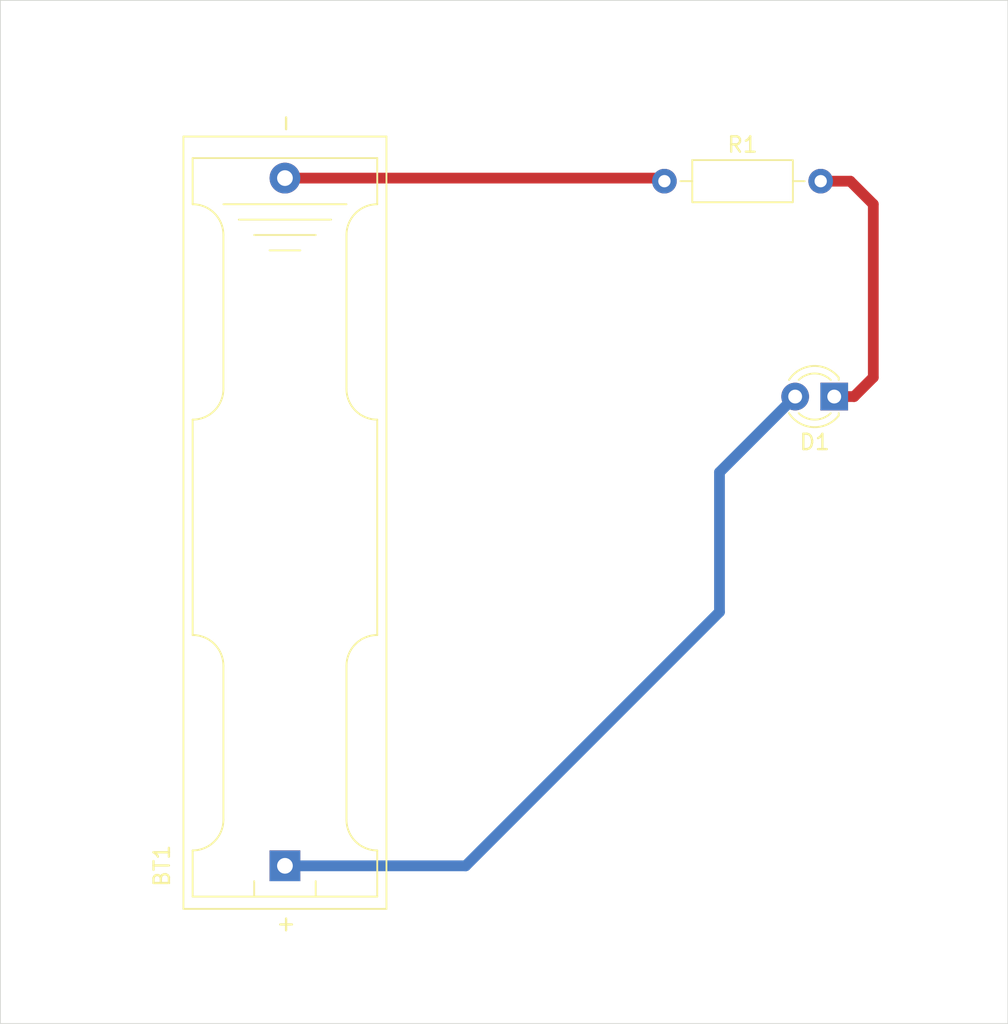
<source format=kicad_pcb>
(kicad_pcb (version 20241229) (generator "pcbnew") (generator_version "9.0")
  (layers (0 "F.Cu" signal) (2 "B.Cu" signal) (13 "F.Paste" user) (15 "B.Paste" user) (5 "F.SilkS" user "F.Silkscreen") (7 "B.SilkS" user "B.Silkscreen") (1 "F.Mask" user) (3 "B.Mask" user) (25 "Edge.Cuts" user))
  (net 0 "")
  (net 1 "Net-(BT1--)")
  (net 2 "Net-(D1-K)")
  (net 3 "Net-(BT1-+)")
  (footprint "Resistor_THT:R_Axial_DIN0207_L6.3mm_D2.5mm_P10.16mm_Horizontal" (layer "F.Cu") (at 154.92 90.5)
    (property "Reference" "R1" (at 5.08 -2.37 0) (layer "F.SilkS"))
    (property "Value" "R")
    (fp_line (start 1.04 0) (end 1.81 0) (stroke (width 0.12)) (layer "F.SilkS"))
    (fp_line (start 9.12 0) (end 8.35 0) (stroke (width 0.12)) (layer "F.SilkS"))
    (fp_rect (start 1.81 -1.37) (end 8.35 1.37) (stroke (width 0.12)) (fill no) (layer "F.SilkS"))
    (pad "1" thru_hole circle (at 0 0) (size 1.6 1.6) (drill 0.8) (layers "*.Cu" "*.Mask") (net 1 "Net-(BT1--)"))
    (pad "2" thru_hole circle (at 10.16 0) (size 1.6 1.6) (drill 0.8) (layers "*.Cu" "*.Mask") (net 2 "Net-(D1-K)"))
  )
  (footprint "LED_THT:LED_D3.0mm" (layer "F.Cu") (at 165.96 104.5 180)
    (property "Reference" "D1" (at 1.27 -2.96 0) (layer "F.SilkS"))
    (property "Value" "LED")
    (fp_line (start -0.29 1.08) (end -0.29 1.236) (stroke (width 0.12)) (layer "F.SilkS"))
    (fp_line (start -0.29 -1.236) (end -0.29 -1.08) (stroke (width 0.12)) (layer "F.SilkS"))
    (fp_arc (start 2.941437 1.08) (mid 1.36566 1.987699) (end -0.29 1.235516) (stroke (width 0.12)) (layer "F.SilkS"))
    (fp_arc (start 2.310961 1.08) (mid 1.27 1.5) (end 0.229039 1.08) (stroke (width 0.12)) (layer "F.SilkS"))
    (fp_arc (start 0.229039 -1.08) (mid 1.27 -1.5) (end 2.310961 -1.08) (stroke (width 0.12)) (layer "F.SilkS"))
    (fp_arc (start -0.29 -1.235516) (mid 1.36566 -1.987699) (end 2.941437 -1.08) (stroke (width 0.12)) (layer "F.SilkS"))
    (pad "1" thru_hole rect (at 0 0 180) (size 1.8 1.8) (drill 0.9) (layers "*.Cu" "*.Mask") (net 2 "Net-(D1-K)"))
    (pad "2" thru_hole circle (at 2.54 0 180) (size 1.8 1.8) (drill 0.9) (layers "*.Cu" "*.Mask") (net 3 "Net-(BT1-+)"))
  )
  (footprint "Battery:BatteryHolder_Keystone_2466_1xAAA" (layer "F.Cu") (at 130.25 135 90)
    (property "Reference" "BT1" (at 0 -8 90) (layer "F.SilkS"))
    (property "Value" "Battery_Cell")
    (fp_line (start 47.4 -6.6) (end -2.8 -6.6) (stroke (width 0.12)) (layer "F.SilkS"))
    (fp_line (start -2.8 -6.6) (end -2.8 6.6) (stroke (width 0.12)) (layer "F.SilkS"))
    (fp_line (start 46 -6) (end 43 -6) (stroke (width 0.12)) (layer "F.SilkS"))
    (fp_line (start 46 -6) (end 46 6) (stroke (width 0.12)) (layer "F.SilkS"))
    (fp_line (start 29 -6) (end 15 -6) (stroke (width 0.12)) (layer "F.SilkS"))
    (fp_line (start -2 -6) (end 1 -6) (stroke (width 0.12)) (layer "F.SilkS"))
    (fp_line (start -2 -6) (end -2 6) (stroke (width 0.12)) (layer "F.SilkS"))
    (fp_line (start 43 -4) (end 43 4) (stroke (width 0.12)) (layer "F.SilkS"))
    (fp_line (start 41 -4) (end 31 -4) (stroke (width 0.12)) (layer "F.SilkS"))
    (fp_line (start 3 -4) (end 13 -4) (stroke (width 0.12)) (layer "F.SilkS"))
    (fp_line (start 41 -2) (end 41 2) (stroke (width 0.12)) (layer "F.SilkS"))
    (fp_line (start -2 -2) (end -1 -2) (stroke (width 0.12)) (layer "F.SilkS"))
    (fp_line (start 40 -1) (end 40 1) (stroke (width 0.12)) (layer "F.SilkS"))
    (fp_line (start -1 2) (end -2 2) (stroke (width 0.12)) (layer "F.SilkS"))
    (fp_line (start 42 3) (end 42 -3) (stroke (width 0.12)) (layer "F.SilkS"))
    (fp_line (start 41 4) (end 31 4) (stroke (width 0.12)) (layer "F.SilkS"))
    (fp_line (start 3 4) (end 13 4) (stroke (width 0.12)) (layer "F.SilkS"))
    (fp_line (start 46 6) (end 43 6) (stroke (width 0.12)) (layer "F.SilkS"))
    (fp_line (start 15 6) (end 29 6) (stroke (width 0.12)) (layer "F.SilkS"))
    (fp_line (start -2 6) (end 1 6) (stroke (width 0.12)) (layer "F.SilkS"))
    (fp_line (start 47.4 6.6) (end 47.4 -6.6) (stroke (width 0.12)) (layer "F.SilkS"))
    (fp_line (start -2.8 6.6) (end 47.4 6.6) (stroke (width 0.12)) (layer "F.SilkS"))
    (fp_arc (start 43 -6) (mid 42.414214 -4.585786) (end 41 -4) (stroke (width 0.12)) (layer "F.SilkS"))
    (fp_arc (start 15 -6) (mid 14.414214 -4.585786) (end 13 -4) (stroke (width 0.12)) (layer "F.SilkS"))
    (fp_arc (start 31 -4) (mid 29.585786 -4.585786) (end 29 -6) (stroke (width 0.12)) (layer "F.SilkS"))
    (fp_arc (start 3 -4) (mid 1.585786 -4.585786) (end 1 -6) (stroke (width 0.12)) (layer "F.SilkS"))
    (fp_arc (start 41 4) (mid 42.414214 4.585786) (end 43 6) (stroke (width 0.12)) (layer "F.SilkS"))
    (fp_arc (start 13 4) (mid 14.414214 4.585786) (end 15 6) (stroke (width 0.12)) (layer "F.SilkS"))
    (fp_arc (start 29 6) (mid 29.585786 4.585786) (end 31 4) (stroke (width 0.12)) (layer "F.SilkS"))
    (fp_arc (start 1 6) (mid 1.585786 4.585786) (end 3 4) (stroke (width 0.12)) (layer "F.SilkS"))
    (fp_text user "+" (at -3.81 0 90) (layer "F.SilkS"))
    (fp_text user "-" (at 48.26 0 90) (layer "F.SilkS"))
    (pad "1" thru_hole rect (at 0 0 90) (size 2 2) (drill 1.02) (layers "*.Cu" "*.Mask") (net 3 "Net-(BT1-+)"))
    (pad "2" thru_hole circle (at 44.7 0 90) (size 2 2) (drill 1.02) (layers "*.Cu" "*.Mask") (net 1 "Net-(BT1--)"))
  )
  (gr_rect (start 111.75 78.75) (end 177.25 145.25) (stroke (width 0.05)) (fill no) (layer "Edge.Cuts"))
  (segment (start 130.25 90.3) (end 154.72 90.3) (width 0.7) (layer "F.Cu") (net 1))
  (segment (start 154.72 90.3) (end 154.92 90.5) (width 0.7) (layer "F.Cu") (net 1))
  (segment (start 168.5 92) (end 168.5 103.25) (width 0.7) (layer "F.Cu") (net 2))
  (segment (start 168.5 103.25) (end 167.25 104.5) (width 0.7) (layer "F.Cu") (net 2))
  (segment (start 165.08 90.5) (end 167 90.5) (width 0.7) (layer "F.Cu") (net 2))
  (segment (start 167.25 104.5) (end 165.96 104.5) (width 0.7) (layer "F.Cu") (net 2))
  (segment (start 167 90.5) (end 168.5 92) (width 0.7) (layer "F.Cu") (net 2))
  (segment (start 130.25 135) (end 142 135) (width 0.7) (layer "B.Cu") (net 3))
  (segment (start 158.5 118.5) (end 158.5 109.42) (width 0.7) (layer "B.Cu") (net 3))
  (segment (start 158.5 109.42) (end 163.42 104.5) (width 0.7) (layer "B.Cu") (net 3))
  (segment (start 142 135) (end 158.5 118.5) (width 0.7) (layer "B.Cu") (net 3))
)
</source>
